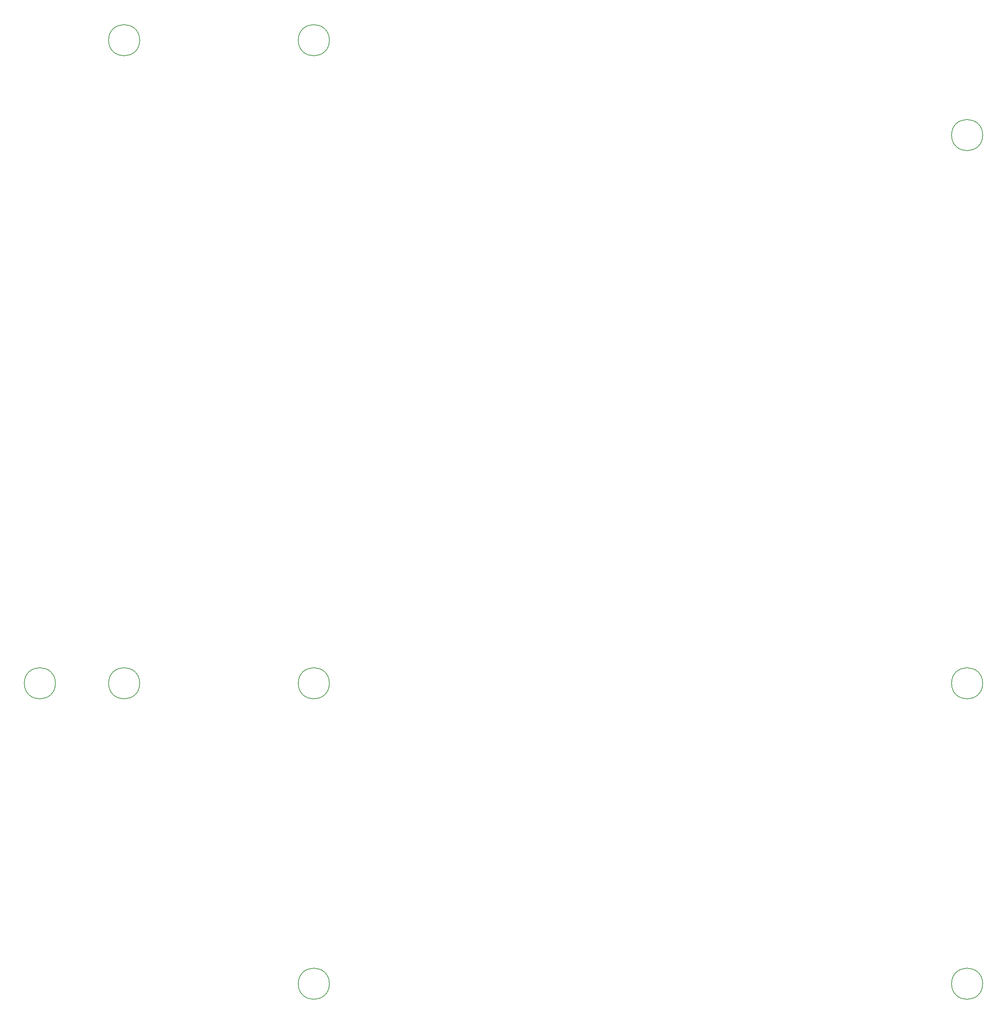
<source format=gbr>
%TF.GenerationSoftware,KiCad,Pcbnew,(6.0.11)*%
%TF.CreationDate,2024-06-16T13:35:35-04:00*%
%TF.ProjectId,NS32016-BC,4e533332-3031-4362-9d42-432e6b696361,rev?*%
%TF.SameCoordinates,Original*%
%TF.FileFunction,Other,Comment*%
%FSLAX46Y46*%
G04 Gerber Fmt 4.6, Leading zero omitted, Abs format (unit mm)*
G04 Created by KiCad (PCBNEW (6.0.11)) date 2024-06-16 13:35:35*
%MOMM*%
%LPD*%
G01*
G04 APERTURE LIST*
%ADD10C,0.150000*%
G04 APERTURE END LIST*
D10*
%TO.C,P5*%
X159960000Y-140970000D02*
G75*
G03*
X159960000Y-140970000I-3750000J0D01*
G01*
%TO.C,P9*%
X139640000Y-295910000D02*
G75*
G03*
X139640000Y-295910000I-3750000J0D01*
G01*
%TO.C,P10*%
X205680000Y-140970000D02*
G75*
G03*
X205680000Y-140970000I-3750000J0D01*
G01*
%TO.C,P11*%
X363160000Y-163830000D02*
G75*
G03*
X363160000Y-163830000I-3750000J0D01*
G01*
%TO.C,P12*%
X159960000Y-295910000D02*
G75*
G03*
X159960000Y-295910000I-3750000J0D01*
G01*
%TO.C,P13*%
X205680000Y-295910000D02*
G75*
G03*
X205680000Y-295910000I-3750000J0D01*
G01*
%TO.C,P14*%
X363160000Y-295910000D02*
G75*
G03*
X363160000Y-295910000I-3750000J0D01*
G01*
%TO.C,P15*%
X205680000Y-368300000D02*
G75*
G03*
X205680000Y-368300000I-3750000J0D01*
G01*
%TO.C,P16*%
X363160000Y-368300000D02*
G75*
G03*
X363160000Y-368300000I-3750000J0D01*
G01*
%TD*%
M02*

</source>
